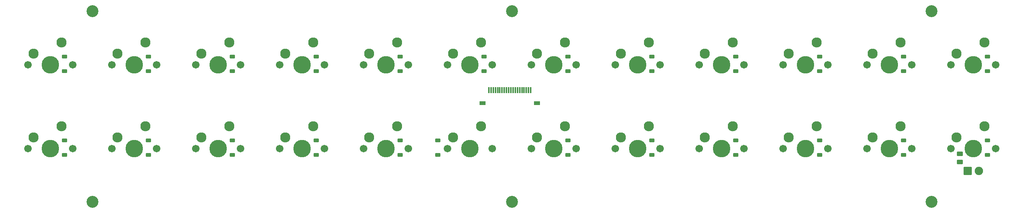
<source format=gbr>
%TF.GenerationSoftware,KiCad,Pcbnew,8.0.2*%
%TF.CreationDate,2025-12-13T11:39:42-08:00*%
%TF.ProjectId,mx-unsaver-frow,6d782d75-6e73-4617-9665-722d66726f77,rev?*%
%TF.SameCoordinates,Original*%
%TF.FileFunction,Soldermask,Bot*%
%TF.FilePolarity,Negative*%
%FSLAX46Y46*%
G04 Gerber Fmt 4.6, Leading zero omitted, Abs format (unit mm)*
G04 Created by KiCad (PCBNEW 8.0.2) date 2025-12-13 11:39:42*
%MOMM*%
%LPD*%
G01*
G04 APERTURE LIST*
G04 Aperture macros list*
%AMRoundRect*
0 Rectangle with rounded corners*
0 $1 Rounding radius*
0 $2 $3 $4 $5 $6 $7 $8 $9 X,Y pos of 4 corners*
0 Add a 4 corners polygon primitive as box body*
4,1,4,$2,$3,$4,$5,$6,$7,$8,$9,$2,$3,0*
0 Add four circle primitives for the rounded corners*
1,1,$1+$1,$2,$3*
1,1,$1+$1,$4,$5*
1,1,$1+$1,$6,$7*
1,1,$1+$1,$8,$9*
0 Add four rect primitives between the rounded corners*
20,1,$1+$1,$2,$3,$4,$5,0*
20,1,$1+$1,$4,$5,$6,$7,0*
20,1,$1+$1,$6,$7,$8,$9,0*
20,1,$1+$1,$8,$9,$2,$3,0*%
G04 Aperture macros list end*
%ADD10C,1.701800*%
%ADD11C,3.987800*%
%ADD12C,2.300000*%
%ADD13C,2.700000*%
%ADD14RoundRect,0.225000X0.375000X-0.225000X0.375000X0.225000X-0.375000X0.225000X-0.375000X-0.225000X0*%
%ADD15RoundRect,0.250000X0.450000X-0.262500X0.450000X0.262500X-0.450000X0.262500X-0.450000X-0.262500X0*%
%ADD16RoundRect,0.285750X0.666750X0.666750X-0.666750X0.666750X-0.666750X-0.666750X0.666750X-0.666750X0*%
%ADD17C,1.905000*%
%ADD18R,0.300000X1.400000*%
%ADD19R,1.350000X0.950000*%
G04 APERTURE END LIST*
D10*
%TO.C,MX84*%
X166370000Y0D03*
D11*
X171450000Y0D03*
D10*
X176530000Y0D03*
D12*
X167640000Y2540000D03*
X173990000Y5080000D03*
%TD*%
D10*
%TO.C,MX24*%
X13970000Y0D03*
D11*
X19050000Y0D03*
D10*
X24130000Y0D03*
D12*
X15240000Y2540000D03*
X21590000Y5080000D03*
%TD*%
D10*
%TO.C,MX85*%
X166370000Y-19050000D03*
D11*
X171450000Y-19050000D03*
D10*
X176530000Y-19050000D03*
D12*
X167640000Y-16510000D03*
X173990000Y-13970000D03*
%TD*%
D10*
%TO.C,MX92*%
X128270000Y-19050000D03*
D11*
X133350000Y-19050000D03*
D10*
X138430000Y-19050000D03*
D12*
X129540000Y-16510000D03*
X135890000Y-13970000D03*
%TD*%
D10*
%TO.C,MX46*%
X52070000Y-19050000D03*
D11*
X57150000Y-19050000D03*
D10*
X62230000Y-19050000D03*
D12*
X53340000Y-16510000D03*
X59690000Y-13970000D03*
%TD*%
D10*
%TO.C,MX86*%
X147320000Y-19050000D03*
D11*
X152400000Y-19050000D03*
D10*
X157480000Y-19050000D03*
D12*
X148590000Y-16510000D03*
X154940000Y-13970000D03*
%TD*%
D10*
%TO.C,MX107*%
X185420000Y0D03*
D11*
X190500000Y0D03*
D10*
X195580000Y0D03*
D12*
X186690000Y2540000D03*
X193040000Y5080000D03*
%TD*%
D10*
%TO.C,MX63*%
X90170000Y0D03*
D11*
X95250000Y0D03*
D10*
X100330000Y0D03*
D12*
X91440000Y2540000D03*
X97790000Y5080000D03*
%TD*%
D10*
%TO.C,MX26*%
X-5080000Y-19050000D03*
D11*
X0Y-19050000D03*
D10*
X5080000Y-19050000D03*
D12*
X-3810000Y-16510000D03*
X2540000Y-13970000D03*
%TD*%
D10*
%TO.C,MX66*%
X90170000Y-19050000D03*
D11*
X95250000Y-19050000D03*
D10*
X100330000Y-19050000D03*
D12*
X91440000Y-16510000D03*
X97790000Y-13970000D03*
%TD*%
D10*
%TO.C,MX44*%
X71120000Y0D03*
D11*
X76200000Y0D03*
D10*
X81280000Y0D03*
D12*
X72390000Y2540000D03*
X78740000Y5080000D03*
%TD*%
D10*
%TO.C,MX109*%
X204470000Y-19050000D03*
D11*
X209550000Y-19050000D03*
D10*
X214630000Y-19050000D03*
D12*
X205740000Y-16510000D03*
X212090000Y-13970000D03*
%TD*%
D10*
%TO.C,MX64*%
X109220000Y0D03*
D11*
X114300000Y0D03*
D10*
X119380000Y0D03*
D12*
X110490000Y2540000D03*
X116840000Y5080000D03*
%TD*%
D10*
%TO.C,MX25*%
X33020000Y0D03*
D11*
X38100000Y0D03*
D10*
X43180000Y0D03*
D12*
X34290000Y2540000D03*
X40640000Y5080000D03*
%TD*%
D10*
%TO.C,MX23*%
X-5080000Y0D03*
D11*
X0Y0D03*
D10*
X5080000Y0D03*
D12*
X-3810000Y2540000D03*
X2540000Y5080000D03*
%TD*%
D10*
%TO.C,MX47*%
X33020000Y-19050000D03*
D11*
X38100000Y-19050000D03*
D10*
X43180000Y-19050000D03*
D12*
X34290000Y-16510000D03*
X40640000Y-13970000D03*
%TD*%
D10*
%TO.C,MX67*%
X109220000Y-19050000D03*
D11*
X114300000Y-19050000D03*
D10*
X119380000Y-19050000D03*
D12*
X110490000Y-16510000D03*
X116840000Y-13970000D03*
%TD*%
D10*
%TO.C,MX83*%
X147320000Y0D03*
D11*
X152400000Y0D03*
D10*
X157480000Y0D03*
D12*
X148590000Y2540000D03*
X154940000Y5080000D03*
%TD*%
D10*
%TO.C,MX43*%
X52070000Y0D03*
D11*
X57150000Y0D03*
D10*
X62230000Y0D03*
D12*
X53340000Y2540000D03*
X59690000Y5080000D03*
%TD*%
D10*
%TO.C,MX108*%
X204470000Y0D03*
D11*
X209550000Y0D03*
D10*
X214630000Y0D03*
D12*
X205740000Y2540000D03*
X212090000Y5080000D03*
%TD*%
D10*
%TO.C,MX110*%
X185420000Y-19050000D03*
D11*
X190500000Y-19050000D03*
D10*
X195580000Y-19050000D03*
D12*
X186690000Y-16510000D03*
X193040000Y-13970000D03*
%TD*%
D10*
%TO.C,MX65*%
X128270000Y0D03*
D11*
X133350000Y0D03*
D10*
X138430000Y0D03*
D12*
X129540000Y2540000D03*
X135890000Y5080000D03*
%TD*%
D10*
%TO.C,MX27*%
X13970000Y-19050000D03*
D11*
X19050000Y-19050000D03*
D10*
X24130000Y-19050000D03*
D12*
X15240000Y-16510000D03*
X21590000Y-13970000D03*
%TD*%
D10*
%TO.C,MX45*%
X71120000Y-19050000D03*
D11*
X76200000Y-19050000D03*
D10*
X81280000Y-19050000D03*
D12*
X72390000Y-16510000D03*
X78740000Y-13970000D03*
%TD*%
D13*
%TO.C,H2*%
X104774966Y12175040D03*
%TD*%
D14*
%TO.C,D103*%
X212725000Y-1443750D03*
X212725000Y1856250D03*
%TD*%
%TO.C,D104*%
X212725000Y-20493750D03*
X212725000Y-17193750D03*
%TD*%
%TO.C,D46*%
X41275000Y-20493750D03*
X41275000Y-17193750D03*
%TD*%
D13*
%TO.C,H3*%
X9525000Y-31225000D03*
%TD*%
D14*
%TO.C,D44*%
X79375000Y-20493750D03*
X79375000Y-17193750D03*
%TD*%
%TO.C,D24*%
X41275000Y-1443750D03*
X41275000Y1856250D03*
%TD*%
D15*
%TO.C,R1*%
X206430000Y-22092500D03*
X206430000Y-20267500D03*
%TD*%
D14*
%TO.C,D43*%
X79375000Y-1443750D03*
X79375000Y1856250D03*
%TD*%
%TO.C,D85*%
X155575000Y-20493750D03*
X155575000Y-17193750D03*
%TD*%
D13*
%TO.C,H6*%
X200025000Y-31225000D03*
%TD*%
%TO.C,H1*%
X9525000Y12175000D03*
%TD*%
D14*
%TO.C,D26*%
X22225000Y-20493750D03*
X22225000Y-17193750D03*
%TD*%
%TO.C,D82*%
X155575000Y-1443750D03*
X155575000Y1856250D03*
%TD*%
%TO.C,D66*%
X117475000Y-20493750D03*
X117475000Y-17193750D03*
%TD*%
%TO.C,D83*%
X174625000Y-1443750D03*
X174625000Y1856250D03*
%TD*%
%TO.C,D23*%
X22225000Y-1443750D03*
X22225000Y1856250D03*
%TD*%
D16*
%TO.C,D1*%
X208280000Y-24130000D03*
D17*
X210820000Y-24130000D03*
%TD*%
D14*
%TO.C,D45*%
X60325000Y-20493750D03*
X60325000Y-17193750D03*
%TD*%
%TO.C,D25*%
X3175000Y-20493750D03*
X3175000Y-17193750D03*
%TD*%
%TO.C,D105*%
X193675000Y-20493750D03*
X193675000Y-17193750D03*
%TD*%
%TO.C,D42*%
X60325000Y-1443750D03*
X60325000Y1856250D03*
%TD*%
%TO.C,D22*%
X3175000Y-1443750D03*
X3175000Y1856250D03*
%TD*%
D13*
%TO.C,H4*%
X200025000Y12175000D03*
%TD*%
D14*
%TO.C,D84*%
X174625000Y-20493750D03*
X174625000Y-17193750D03*
%TD*%
%TO.C,D63*%
X117475000Y-1443750D03*
X117475000Y1856250D03*
%TD*%
%TO.C,D62*%
X98425000Y-1443750D03*
X98425000Y1856250D03*
%TD*%
%TO.C,D64*%
X136525000Y-1443750D03*
X136525000Y1856250D03*
%TD*%
%TO.C,D65*%
X87900000Y-20493750D03*
X87900000Y-17193750D03*
%TD*%
%TO.C,D91*%
X136525000Y-20493750D03*
X136525000Y-17193750D03*
%TD*%
%TO.C,D102*%
X193675000Y-1443750D03*
X193675000Y1856250D03*
%TD*%
D13*
%TO.C,H5*%
X104775000Y-31225000D03*
%TD*%
D18*
%TO.C,J2*%
X109024900Y-5766785D03*
X108524800Y-5766785D03*
X108024900Y-5766785D03*
X107524800Y-5766785D03*
X107024900Y-5766785D03*
X106524800Y-5766785D03*
X106024900Y-5766785D03*
X105524800Y-5766785D03*
X105024900Y-5766785D03*
X104524800Y-5766785D03*
X104024900Y-5766785D03*
X103524800Y-5766785D03*
X103024700Y-5766785D03*
X102524800Y-5766785D03*
X102024700Y-5766785D03*
X101524800Y-5766785D03*
X101024700Y-5766785D03*
X100524800Y-5766785D03*
X100024700Y-5766785D03*
X99524800Y-5766785D03*
D19*
X110450000Y-8741985D03*
X98100000Y-8741985D03*
%TD*%
M02*

</source>
